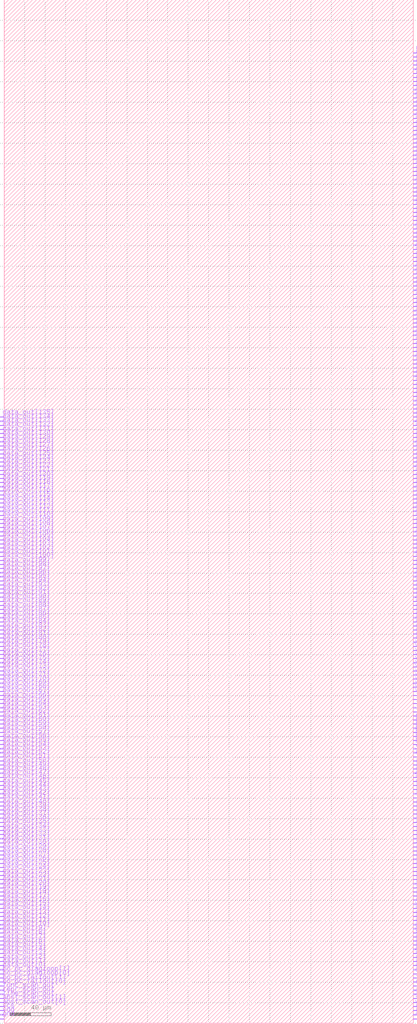
<source format=lef>
VERSION 5.7 ;
  NOWIREEXTENSIONATPIN ON ;
  DIVIDERCHAR "/" ;
  BUSBITCHARS "[]" ;
MACRO tri_128x34_4w_1r1w
  CLASS BLOCK ;
  FOREIGN tri_128x34_4w_1r1w ;
  ORIGIN 0.000 0.000 ;
  SIZE 400.000 BY 1000.000 ;
  PIN gnd
    DIRECTION INOUT ;
    USE SIGNAL ;
    PORT
      LAYER met3 ;
        RECT -4.000 4.000 0.000 4.600 ;
    END
  END gnd
  PIN vdd
    DIRECTION INOUT ;
    USE SIGNAL ;
    PORT
      LAYER met3 ;
        RECT -4.000 8.000 0.000 8.600 ;
    END
  END vdd
  PIN vcs
    DIRECTION INOUT ;
    USE SIGNAL ;
    PORT
      LAYER met3 ;
        RECT -4.000 12.000 0.000 12.600 ;
    END
  END vcs
  PIN clk
    DIRECTION INPUT ;
    USE SIGNAL ;
    PORT
      LAYER met3 ;
        RECT 400.000 4.000 404.000 4.600 ;
    END
  END clk
  PIN rst
    DIRECTION INPUT ;
    USE SIGNAL ;
    PORT
      LAYER met3 ;
        RECT 400.000 8.000 404.000 8.600 ;
    END
  END rst
  PIN rd_act
    DIRECTION INPUT ;
    USE SIGNAL ;
    PORT
      LAYER met3 ;
        RECT 400.000 12.000 404.000 12.600 ;
    END
  END rd_act
  PIN wr_act
    DIRECTION INPUT ;
    USE SIGNAL ;
    PORT
      LAYER met3 ;
        RECT 400.000 16.000 404.000 16.600 ;
    END
  END wr_act
  PIN sg_0
    DIRECTION INPUT ;
    USE SIGNAL ;
    PORT
      LAYER met3 ;
        RECT 400.000 20.000 404.000 20.600 ;
    END
  END sg_0
  PIN abst_sl_thold_0
    DIRECTION INPUT ;
    USE SIGNAL ;
    PORT
      LAYER met3 ;
        RECT 400.000 24.000 404.000 24.600 ;
    END
  END abst_sl_thold_0
  PIN ary_nsl_thold_0
    DIRECTION INPUT ;
    USE SIGNAL ;
    PORT
      LAYER met3 ;
        RECT 400.000 28.000 404.000 28.600 ;
    END
  END ary_nsl_thold_0
  PIN time_sl_thold_0
    DIRECTION INPUT ;
    USE SIGNAL ;
    PORT
      LAYER met3 ;
        RECT 400.000 32.000 404.000 32.600 ;
    END
  END time_sl_thold_0
  PIN repr_sl_thold_0
    DIRECTION INPUT ;
    USE SIGNAL ;
    PORT
      LAYER met3 ;
        RECT 400.000 36.000 404.000 36.600 ;
    END
  END repr_sl_thold_0
  PIN func_sl_thold_0_b
    DIRECTION INPUT ;
    USE SIGNAL ;
    PORT
      LAYER met3 ;
        RECT 400.000 40.000 404.000 40.600 ;
    END
  END func_sl_thold_0_b
  PIN func_force
    DIRECTION INPUT ;
    USE SIGNAL ;
    PORT
      LAYER met3 ;
        RECT 400.000 44.000 404.000 44.600 ;
    END
  END func_force
  PIN clkoff_dc_b
    DIRECTION INPUT ;
    USE SIGNAL ;
    PORT
      LAYER met3 ;
        RECT 400.000 48.000 404.000 48.600 ;
    END
  END clkoff_dc_b
  PIN ccflush_dc
    DIRECTION INPUT ;
    USE SIGNAL ;
    PORT
      LAYER met3 ;
        RECT 400.000 52.000 404.000 52.600 ;
    END
  END ccflush_dc
  PIN scan_dis_dc_b
    DIRECTION INPUT ;
    USE SIGNAL ;
    PORT
      LAYER met3 ;
        RECT 400.000 56.000 404.000 56.600 ;
    END
  END scan_dis_dc_b
  PIN scan_diag_dc
    DIRECTION INPUT ;
    USE SIGNAL ;
    PORT
      LAYER met3 ;
        RECT 400.000 60.000 404.000 60.600 ;
    END
  END scan_diag_dc
  PIN d_mode_dc
    DIRECTION INPUT ;
    USE SIGNAL ;
    PORT
      LAYER met3 ;
        RECT 400.000 64.000 404.000 64.600 ;
    END
  END d_mode_dc
  PIN mpw1_dc_b[0]
    DIRECTION INPUT ;
    USE SIGNAL ;
    PORT
      LAYER met3 ;
        RECT 400.000 68.000 404.000 68.600 ;
    END
  END mpw1_dc_b[0]
  PIN mpw1_dc_b[1]
    DIRECTION INPUT ;
    USE SIGNAL ;
    PORT
      LAYER met3 ;
        RECT 400.000 72.000 404.000 72.600 ;
    END
  END mpw1_dc_b[1]
  PIN mpw1_dc_b[2]
    DIRECTION INPUT ;
    USE SIGNAL ;
    PORT
      LAYER met3 ;
        RECT 400.000 76.000 404.000 76.600 ;
    END
  END mpw1_dc_b[2]
  PIN mpw1_dc_b[3]
    DIRECTION INPUT ;
    USE SIGNAL ;
    PORT
      LAYER met3 ;
        RECT 400.000 80.000 404.000 80.600 ;
    END
  END mpw1_dc_b[3]
  PIN mpw1_dc_b[4]
    DIRECTION INPUT ;
    USE SIGNAL ;
    PORT
      LAYER met3 ;
        RECT 400.000 84.000 404.000 84.600 ;
    END
  END mpw1_dc_b[4]
  PIN mpw2_dc_b
    DIRECTION INPUT ;
    USE SIGNAL ;
    PORT
      LAYER met3 ;
        RECT 400.000 88.000 404.000 88.600 ;
    END
  END mpw2_dc_b
  PIN delay_lclkr_dc[0]
    DIRECTION INPUT ;
    USE SIGNAL ;
    PORT
      LAYER met3 ;
        RECT 400.000 92.000 404.000 92.600 ;
    END
  END delay_lclkr_dc[0]
  PIN delay_lclkr_dc[1]
    DIRECTION INPUT ;
    USE SIGNAL ;
    PORT
      LAYER met3 ;
        RECT 400.000 96.000 404.000 96.600 ;
    END
  END delay_lclkr_dc[1]
  PIN delay_lclkr_dc[2]
    DIRECTION INPUT ;
    USE SIGNAL ;
    PORT
      LAYER met3 ;
        RECT 400.000 100.000 404.000 100.600 ;
    END
  END delay_lclkr_dc[2]
  PIN delay_lclkr_dc[3]
    DIRECTION INPUT ;
    USE SIGNAL ;
    PORT
      LAYER met3 ;
        RECT 400.000 104.000 404.000 104.600 ;
    END
  END delay_lclkr_dc[3]
  PIN delay_lclkr_dc[4]
    DIRECTION INPUT ;
    USE SIGNAL ;
    PORT
      LAYER met3 ;
        RECT 400.000 108.000 404.000 108.600 ;
    END
  END delay_lclkr_dc[4]
  PIN wr_abst_act
    DIRECTION INPUT ;
    USE SIGNAL ;
    PORT
      LAYER met3 ;
        RECT 400.000 112.000 404.000 112.600 ;
    END
  END wr_abst_act
  PIN rd0_abst_act
    DIRECTION INPUT ;
    USE SIGNAL ;
    PORT
      LAYER met3 ;
        RECT 400.000 116.000 404.000 116.600 ;
    END
  END rd0_abst_act
  PIN abist_di[0]
    DIRECTION INPUT ;
    USE SIGNAL ;
    PORT
      LAYER met3 ;
        RECT 400.000 120.000 404.000 120.600 ;
    END
  END abist_di[0]
  PIN abist_di[1]
    DIRECTION INPUT ;
    USE SIGNAL ;
    PORT
      LAYER met3 ;
        RECT 400.000 124.000 404.000 124.600 ;
    END
  END abist_di[1]
  PIN abist_di[2]
    DIRECTION INPUT ;
    USE SIGNAL ;
    PORT
      LAYER met3 ;
        RECT 400.000 128.000 404.000 128.600 ;
    END
  END abist_di[2]
  PIN abist_di[3]
    DIRECTION INPUT ;
    USE SIGNAL ;
    PORT
      LAYER met3 ;
        RECT 400.000 132.000 404.000 132.600 ;
    END
  END abist_di[3]
  PIN abist_bw_odd
    DIRECTION INPUT ;
    USE SIGNAL ;
    PORT
      LAYER met3 ;
        RECT 400.000 136.000 404.000 136.600 ;
    END
  END abist_bw_odd
  PIN abist_bw_even
    DIRECTION INPUT ;
    USE SIGNAL ;
    PORT
      LAYER met3 ;
        RECT 400.000 140.000 404.000 140.600 ;
    END
  END abist_bw_even
  PIN abist_wr_adr[0]
    DIRECTION INPUT ;
    USE SIGNAL ;
    PORT
      LAYER met3 ;
        RECT 400.000 144.000 404.000 144.600 ;
    END
  END abist_wr_adr[0]
  PIN abist_wr_adr[1]
    DIRECTION INPUT ;
    USE SIGNAL ;
    PORT
      LAYER met3 ;
        RECT 400.000 148.000 404.000 148.600 ;
    END
  END abist_wr_adr[1]
  PIN abist_wr_adr[2]
    DIRECTION INPUT ;
    USE SIGNAL ;
    PORT
      LAYER met3 ;
        RECT 400.000 152.000 404.000 152.600 ;
    END
  END abist_wr_adr[2]
  PIN abist_wr_adr[3]
    DIRECTION INPUT ;
    USE SIGNAL ;
    PORT
      LAYER met3 ;
        RECT 400.000 156.000 404.000 156.600 ;
    END
  END abist_wr_adr[3]
  PIN abist_wr_adr[4]
    DIRECTION INPUT ;
    USE SIGNAL ;
    PORT
      LAYER met3 ;
        RECT 400.000 160.000 404.000 160.600 ;
    END
  END abist_wr_adr[4]
  PIN abist_wr_adr[5]
    DIRECTION INPUT ;
    USE SIGNAL ;
    PORT
      LAYER met3 ;
        RECT 400.000 164.000 404.000 164.600 ;
    END
  END abist_wr_adr[5]
  PIN abist_wr_adr[6]
    DIRECTION INPUT ;
    USE SIGNAL ;
    PORT
      LAYER met3 ;
        RECT 400.000 168.000 404.000 168.600 ;
    END
  END abist_wr_adr[6]
  PIN abist_wr_adr[7]
    DIRECTION INPUT ;
    USE SIGNAL ;
    PORT
      LAYER met3 ;
        RECT 400.000 172.000 404.000 172.600 ;
    END
  END abist_wr_adr[7]
  PIN abist_wr_adr[8]
    DIRECTION INPUT ;
    USE SIGNAL ;
    PORT
      LAYER met3 ;
        RECT 400.000 176.000 404.000 176.600 ;
    END
  END abist_wr_adr[8]
  PIN abist_rd0_adr[0]
    DIRECTION INPUT ;
    USE SIGNAL ;
    PORT
      LAYER met3 ;
        RECT 400.000 180.000 404.000 180.600 ;
    END
  END abist_rd0_adr[0]
  PIN abist_rd0_adr[1]
    DIRECTION INPUT ;
    USE SIGNAL ;
    PORT
      LAYER met3 ;
        RECT 400.000 184.000 404.000 184.600 ;
    END
  END abist_rd0_adr[1]
  PIN abist_rd0_adr[2]
    DIRECTION INPUT ;
    USE SIGNAL ;
    PORT
      LAYER met3 ;
        RECT 400.000 188.000 404.000 188.600 ;
    END
  END abist_rd0_adr[2]
  PIN abist_rd0_adr[3]
    DIRECTION INPUT ;
    USE SIGNAL ;
    PORT
      LAYER met3 ;
        RECT 400.000 192.000 404.000 192.600 ;
    END
  END abist_rd0_adr[3]
  PIN abist_rd0_adr[4]
    DIRECTION INPUT ;
    USE SIGNAL ;
    PORT
      LAYER met3 ;
        RECT 400.000 196.000 404.000 196.600 ;
    END
  END abist_rd0_adr[4]
  PIN abist_rd0_adr[5]
    DIRECTION INPUT ;
    USE SIGNAL ;
    PORT
      LAYER met3 ;
        RECT 400.000 200.000 404.000 200.600 ;
    END
  END abist_rd0_adr[5]
  PIN abist_rd0_adr[6]
    DIRECTION INPUT ;
    USE SIGNAL ;
    PORT
      LAYER met3 ;
        RECT 400.000 204.000 404.000 204.600 ;
    END
  END abist_rd0_adr[6]
  PIN abist_rd0_adr[7]
    DIRECTION INPUT ;
    USE SIGNAL ;
    PORT
      LAYER met3 ;
        RECT 400.000 208.000 404.000 208.600 ;
    END
  END abist_rd0_adr[7]
  PIN abist_rd0_adr[8]
    DIRECTION INPUT ;
    USE SIGNAL ;
    PORT
      LAYER met3 ;
        RECT 400.000 212.000 404.000 212.600 ;
    END
  END abist_rd0_adr[8]
  PIN tc_lbist_ary_wrt_thru_dc
    DIRECTION INPUT ;
    USE SIGNAL ;
    PORT
      LAYER met3 ;
        RECT 400.000 216.000 404.000 216.600 ;
    END
  END tc_lbist_ary_wrt_thru_dc
  PIN abist_ena_1
    DIRECTION INPUT ;
    USE SIGNAL ;
    PORT
      LAYER met3 ;
        RECT 400.000 220.000 404.000 220.600 ;
    END
  END abist_ena_1
  PIN abist_g8t_rd0_comp_ena
    DIRECTION INPUT ;
    USE SIGNAL ;
    PORT
      LAYER met3 ;
        RECT 400.000 224.000 404.000 224.600 ;
    END
  END abist_g8t_rd0_comp_ena
  PIN abist_raw_dc_b
    DIRECTION INPUT ;
    USE SIGNAL ;
    PORT
      LAYER met3 ;
        RECT 400.000 228.000 404.000 228.600 ;
    END
  END abist_raw_dc_b
  PIN obs0_abist_cmp[0]
    DIRECTION INPUT ;
    USE SIGNAL ;
    PORT
      LAYER met3 ;
        RECT 400.000 232.000 404.000 232.600 ;
    END
  END obs0_abist_cmp[0]
  PIN obs0_abist_cmp[1]
    DIRECTION INPUT ;
    USE SIGNAL ;
    PORT
      LAYER met3 ;
        RECT 400.000 236.000 404.000 236.600 ;
    END
  END obs0_abist_cmp[1]
  PIN obs0_abist_cmp[2]
    DIRECTION INPUT ;
    USE SIGNAL ;
    PORT
      LAYER met3 ;
        RECT 400.000 240.000 404.000 240.600 ;
    END
  END obs0_abist_cmp[2]
  PIN obs0_abist_cmp[3]
    DIRECTION INPUT ;
    USE SIGNAL ;
    PORT
      LAYER met3 ;
        RECT 400.000 244.000 404.000 244.600 ;
    END
  END obs0_abist_cmp[3]
  PIN abst_scan_in[0]
    DIRECTION INPUT ;
    USE SIGNAL ;
    PORT
      LAYER met3 ;
        RECT 400.000 248.000 404.000 248.600 ;
    END
  END abst_scan_in[0]
  PIN abst_scan_in[1]
    DIRECTION INPUT ;
    USE SIGNAL ;
    PORT
      LAYER met3 ;
        RECT 400.000 252.000 404.000 252.600 ;
    END
  END abst_scan_in[1]
  PIN time_scan_in
    DIRECTION INPUT ;
    USE SIGNAL ;
    PORT
      LAYER met3 ;
        RECT 400.000 256.000 404.000 256.600 ;
    END
  END time_scan_in
  PIN repr_scan_in
    DIRECTION INPUT ;
    USE SIGNAL ;
    PORT
      LAYER met3 ;
        RECT 400.000 260.000 404.000 260.600 ;
    END
  END repr_scan_in
  PIN func_scan_in
    DIRECTION INPUT ;
    USE SIGNAL ;
    PORT
      LAYER met3 ;
        RECT 400.000 264.000 404.000 264.600 ;
    END
  END func_scan_in
  PIN abst_scan_out[0]
    DIRECTION OUTPUT TRISTATE ;
    USE SIGNAL ;
    PORT
      LAYER met3 ;
        RECT -4.000 16.000 0.000 16.600 ;
    END
  END abst_scan_out[0]
  PIN abst_scan_out[1]
    DIRECTION OUTPUT TRISTATE ;
    USE SIGNAL ;
    PORT
      LAYER met3 ;
        RECT -4.000 20.000 0.000 20.600 ;
    END
  END abst_scan_out[1]
  PIN time_scan_out
    DIRECTION OUTPUT TRISTATE ;
    USE SIGNAL ;
    PORT
      LAYER met3 ;
        RECT -4.000 24.000 0.000 24.600 ;
    END
  END time_scan_out
  PIN repr_scan_out
    DIRECTION OUTPUT TRISTATE ;
    USE SIGNAL ;
    PORT
      LAYER met3 ;
        RECT -4.000 28.000 0.000 28.600 ;
    END
  END repr_scan_out
  PIN func_scan_out
    DIRECTION OUTPUT TRISTATE ;
    USE SIGNAL ;
    PORT
      LAYER met3 ;
        RECT -4.000 32.000 0.000 32.600 ;
    END
  END func_scan_out
  PIN lcb_bolt_sl_thold_0
    DIRECTION INPUT ;
    USE SIGNAL ;
    PORT
      LAYER met3 ;
        RECT 400.000 268.000 404.000 268.600 ;
    END
  END lcb_bolt_sl_thold_0
  PIN pc_bo_enable_2
    DIRECTION INPUT ;
    USE SIGNAL ;
    PORT
      LAYER met3 ;
        RECT 400.000 272.000 404.000 272.600 ;
    END
  END pc_bo_enable_2
  PIN pc_bo_reset
    DIRECTION INPUT ;
    USE SIGNAL ;
    PORT
      LAYER met3 ;
        RECT 400.000 276.000 404.000 276.600 ;
    END
  END pc_bo_reset
  PIN pc_bo_unload
    DIRECTION INPUT ;
    USE SIGNAL ;
    PORT
      LAYER met3 ;
        RECT 400.000 280.000 404.000 280.600 ;
    END
  END pc_bo_unload
  PIN pc_bo_repair
    DIRECTION INPUT ;
    USE SIGNAL ;
    PORT
      LAYER met3 ;
        RECT 400.000 284.000 404.000 284.600 ;
    END
  END pc_bo_repair
  PIN pc_bo_shdata
    DIRECTION INPUT ;
    USE SIGNAL ;
    PORT
      LAYER met3 ;
        RECT 400.000 288.000 404.000 288.600 ;
    END
  END pc_bo_shdata
  PIN pc_bo_select[0]
    DIRECTION INPUT ;
    USE SIGNAL ;
    PORT
      LAYER met3 ;
        RECT 400.000 292.000 404.000 292.600 ;
    END
  END pc_bo_select[0]
  PIN pc_bo_select[1]
    DIRECTION INPUT ;
    USE SIGNAL ;
    PORT
      LAYER met3 ;
        RECT 400.000 296.000 404.000 296.600 ;
    END
  END pc_bo_select[1]
  PIN bo_pc_failout[0]
    DIRECTION OUTPUT TRISTATE ;
    USE SIGNAL ;
    PORT
      LAYER met3 ;
        RECT -4.000 36.000 0.000 36.600 ;
    END
  END bo_pc_failout[0]
  PIN bo_pc_failout[1]
    DIRECTION OUTPUT TRISTATE ;
    USE SIGNAL ;
    PORT
      LAYER met3 ;
        RECT -4.000 40.000 0.000 40.600 ;
    END
  END bo_pc_failout[1]
  PIN bo_pc_diagloop[0]
    DIRECTION OUTPUT TRISTATE ;
    USE SIGNAL ;
    PORT
      LAYER met3 ;
        RECT -4.000 44.000 0.000 44.600 ;
    END
  END bo_pc_diagloop[0]
  PIN bo_pc_diagloop[1]
    DIRECTION OUTPUT TRISTATE ;
    USE SIGNAL ;
    PORT
      LAYER met3 ;
        RECT -4.000 48.000 0.000 48.600 ;
    END
  END bo_pc_diagloop[1]
  PIN tri_lcb_mpw1_dc_b
    DIRECTION INPUT ;
    USE SIGNAL ;
    PORT
      LAYER met3 ;
        RECT 400.000 300.000 404.000 300.600 ;
    END
  END tri_lcb_mpw1_dc_b
  PIN tri_lcb_mpw2_dc_b
    DIRECTION INPUT ;
    USE SIGNAL ;
    PORT
      LAYER met3 ;
        RECT 400.000 304.000 404.000 304.600 ;
    END
  END tri_lcb_mpw2_dc_b
  PIN tri_lcb_delay_lclkr_dc
    DIRECTION INPUT ;
    USE SIGNAL ;
    PORT
      LAYER met3 ;
        RECT 400.000 308.000 404.000 308.600 ;
    END
  END tri_lcb_delay_lclkr_dc
  PIN tri_lcb_clkoff_dc_b
    DIRECTION INPUT ;
    USE SIGNAL ;
    PORT
      LAYER met3 ;
        RECT 400.000 312.000 404.000 312.600 ;
    END
  END tri_lcb_clkoff_dc_b
  PIN tri_lcb_act_dis_dc
    DIRECTION INPUT ;
    USE SIGNAL ;
    PORT
      LAYER met3 ;
        RECT 400.000 316.000 404.000 316.600 ;
    END
  END tri_lcb_act_dis_dc
  PIN wr_way[0]
    DIRECTION INPUT ;
    USE SIGNAL ;
    PORT
      LAYER met3 ;
        RECT 400.000 320.000 404.000 320.600 ;
    END
  END wr_way[0]
  PIN wr_way[1]
    DIRECTION INPUT ;
    USE SIGNAL ;
    PORT
      LAYER met3 ;
        RECT 400.000 324.000 404.000 324.600 ;
    END
  END wr_way[1]
  PIN wr_way[2]
    DIRECTION INPUT ;
    USE SIGNAL ;
    PORT
      LAYER met3 ;
        RECT 400.000 328.000 404.000 328.600 ;
    END
  END wr_way[2]
  PIN wr_way[3]
    DIRECTION INPUT ;
    USE SIGNAL ;
    PORT
      LAYER met3 ;
        RECT 400.000 332.000 404.000 332.600 ;
    END
  END wr_way[3]
  PIN wr_addr[0]
    DIRECTION INPUT ;
    USE SIGNAL ;
    PORT
      LAYER met3 ;
        RECT 400.000 336.000 404.000 336.600 ;
    END
  END wr_addr[0]
  PIN wr_addr[1]
    DIRECTION INPUT ;
    USE SIGNAL ;
    PORT
      LAYER met3 ;
        RECT 400.000 340.000 404.000 340.600 ;
    END
  END wr_addr[1]
  PIN wr_addr[2]
    DIRECTION INPUT ;
    USE SIGNAL ;
    PORT
      LAYER met3 ;
        RECT 400.000 344.000 404.000 344.600 ;
    END
  END wr_addr[2]
  PIN wr_addr[3]
    DIRECTION INPUT ;
    USE SIGNAL ;
    PORT
      LAYER met3 ;
        RECT 400.000 348.000 404.000 348.600 ;
    END
  END wr_addr[3]
  PIN wr_addr[4]
    DIRECTION INPUT ;
    USE SIGNAL ;
    PORT
      LAYER met3 ;
        RECT 400.000 352.000 404.000 352.600 ;
    END
  END wr_addr[4]
  PIN wr_addr[5]
    DIRECTION INPUT ;
    USE SIGNAL ;
    PORT
      LAYER met3 ;
        RECT 400.000 356.000 404.000 356.600 ;
    END
  END wr_addr[5]
  PIN wr_addr[6]
    DIRECTION INPUT ;
    USE SIGNAL ;
    PORT
      LAYER met3 ;
        RECT 400.000 360.000 404.000 360.600 ;
    END
  END wr_addr[6]
  PIN wr_addr[7]
    DIRECTION INPUT ;
    USE SIGNAL ;
    PORT
      LAYER met3 ;
        RECT 400.000 364.000 404.000 364.600 ;
    END
  END wr_addr[7]
  PIN wr_addr[8]
    DIRECTION INPUT ;
    USE SIGNAL ;
    PORT
      LAYER met3 ;
        RECT 400.000 368.000 404.000 368.600 ;
    END
  END wr_addr[8]
  PIN data_in[0]
    DIRECTION INPUT ;
    USE SIGNAL ;
    PORT
      LAYER met3 ;
        RECT 400.000 372.000 404.000 372.600 ;
    END
  END data_in[0]
  PIN data_in[1]
    DIRECTION INPUT ;
    USE SIGNAL ;
    PORT
      LAYER met3 ;
        RECT 400.000 376.000 404.000 376.600 ;
    END
  END data_in[1]
  PIN data_in[2]
    DIRECTION INPUT ;
    USE SIGNAL ;
    PORT
      LAYER met3 ;
        RECT 400.000 380.000 404.000 380.600 ;
    END
  END data_in[2]
  PIN data_in[3]
    DIRECTION INPUT ;
    USE SIGNAL ;
    PORT
      LAYER met3 ;
        RECT 400.000 384.000 404.000 384.600 ;
    END
  END data_in[3]
  PIN data_in[4]
    DIRECTION INPUT ;
    USE SIGNAL ;
    PORT
      LAYER met3 ;
        RECT 400.000 388.000 404.000 388.600 ;
    END
  END data_in[4]
  PIN data_in[5]
    DIRECTION INPUT ;
    USE SIGNAL ;
    PORT
      LAYER met3 ;
        RECT 400.000 392.000 404.000 392.600 ;
    END
  END data_in[5]
  PIN data_in[6]
    DIRECTION INPUT ;
    USE SIGNAL ;
    PORT
      LAYER met3 ;
        RECT 400.000 396.000 404.000 396.600 ;
    END
  END data_in[6]
  PIN data_in[7]
    DIRECTION INPUT ;
    USE SIGNAL ;
    PORT
      LAYER met3 ;
        RECT 400.000 400.000 404.000 400.600 ;
    END
  END data_in[7]
  PIN data_in[8]
    DIRECTION INPUT ;
    USE SIGNAL ;
    PORT
      LAYER met3 ;
        RECT 400.000 404.000 404.000 404.600 ;
    END
  END data_in[8]
  PIN data_in[9]
    DIRECTION INPUT ;
    USE SIGNAL ;
    PORT
      LAYER met3 ;
        RECT 400.000 408.000 404.000 408.600 ;
    END
  END data_in[9]
  PIN data_in[10]
    DIRECTION INPUT ;
    USE SIGNAL ;
    PORT
      LAYER met3 ;
        RECT 400.000 412.000 404.000 412.600 ;
    END
  END data_in[10]
  PIN data_in[11]
    DIRECTION INPUT ;
    USE SIGNAL ;
    PORT
      LAYER met3 ;
        RECT 400.000 416.000 404.000 416.600 ;
    END
  END data_in[11]
  PIN data_in[12]
    DIRECTION INPUT ;
    USE SIGNAL ;
    PORT
      LAYER met3 ;
        RECT 400.000 420.000 404.000 420.600 ;
    END
  END data_in[12]
  PIN data_in[13]
    DIRECTION INPUT ;
    USE SIGNAL ;
    PORT
      LAYER met3 ;
        RECT 400.000 424.000 404.000 424.600 ;
    END
  END data_in[13]
  PIN data_in[14]
    DIRECTION INPUT ;
    USE SIGNAL ;
    PORT
      LAYER met3 ;
        RECT 400.000 428.000 404.000 428.600 ;
    END
  END data_in[14]
  PIN data_in[15]
    DIRECTION INPUT ;
    USE SIGNAL ;
    PORT
      LAYER met3 ;
        RECT 400.000 432.000 404.000 432.600 ;
    END
  END data_in[15]
  PIN data_in[16]
    DIRECTION INPUT ;
    USE SIGNAL ;
    PORT
      LAYER met3 ;
        RECT 400.000 436.000 404.000 436.600 ;
    END
  END data_in[16]
  PIN data_in[17]
    DIRECTION INPUT ;
    USE SIGNAL ;
    PORT
      LAYER met3 ;
        RECT 400.000 440.000 404.000 440.600 ;
    END
  END data_in[17]
  PIN data_in[18]
    DIRECTION INPUT ;
    USE SIGNAL ;
    PORT
      LAYER met3 ;
        RECT 400.000 444.000 404.000 444.600 ;
    END
  END data_in[18]
  PIN data_in[19]
    DIRECTION INPUT ;
    USE SIGNAL ;
    PORT
      LAYER met3 ;
        RECT 400.000 448.000 404.000 448.600 ;
    END
  END data_in[19]
  PIN data_in[20]
    DIRECTION INPUT ;
    USE SIGNAL ;
    PORT
      LAYER met3 ;
        RECT 400.000 452.000 404.000 452.600 ;
    END
  END data_in[20]
  PIN data_in[21]
    DIRECTION INPUT ;
    USE SIGNAL ;
    PORT
      LAYER met3 ;
        RECT 400.000 456.000 404.000 456.600 ;
    END
  END data_in[21]
  PIN data_in[22]
    DIRECTION INPUT ;
    USE SIGNAL ;
    PORT
      LAYER met3 ;
        RECT 400.000 460.000 404.000 460.600 ;
    END
  END data_in[22]
  PIN data_in[23]
    DIRECTION INPUT ;
    USE SIGNAL ;
    PORT
      LAYER met3 ;
        RECT 400.000 464.000 404.000 464.600 ;
    END
  END data_in[23]
  PIN data_in[24]
    DIRECTION INPUT ;
    USE SIGNAL ;
    PORT
      LAYER met3 ;
        RECT 400.000 468.000 404.000 468.600 ;
    END
  END data_in[24]
  PIN data_in[25]
    DIRECTION INPUT ;
    USE SIGNAL ;
    PORT
      LAYER met3 ;
        RECT 400.000 472.000 404.000 472.600 ;
    END
  END data_in[25]
  PIN data_in[26]
    DIRECTION INPUT ;
    USE SIGNAL ;
    PORT
      LAYER met3 ;
        RECT 400.000 476.000 404.000 476.600 ;
    END
  END data_in[26]
  PIN data_in[27]
    DIRECTION INPUT ;
    USE SIGNAL ;
    PORT
      LAYER met3 ;
        RECT 400.000 480.000 404.000 480.600 ;
    END
  END data_in[27]
  PIN data_in[28]
    DIRECTION INPUT ;
    USE SIGNAL ;
    PORT
      LAYER met3 ;
        RECT 400.000 484.000 404.000 484.600 ;
    END
  END data_in[28]
  PIN data_in[29]
    DIRECTION INPUT ;
    USE SIGNAL ;
    PORT
      LAYER met3 ;
        RECT 400.000 488.000 404.000 488.600 ;
    END
  END data_in[29]
  PIN data_in[30]
    DIRECTION INPUT ;
    USE SIGNAL ;
    PORT
      LAYER met3 ;
        RECT 400.000 492.000 404.000 492.600 ;
    END
  END data_in[30]
  PIN data_in[31]
    DIRECTION INPUT ;
    USE SIGNAL ;
    PORT
      LAYER met3 ;
        RECT 400.000 496.000 404.000 496.600 ;
    END
  END data_in[31]
  PIN data_in[32]
    DIRECTION INPUT ;
    USE SIGNAL ;
    PORT
      LAYER met3 ;
        RECT 400.000 500.000 404.000 500.600 ;
    END
  END data_in[32]
  PIN data_in[33]
    DIRECTION INPUT ;
    USE SIGNAL ;
    PORT
      LAYER met3 ;
        RECT 400.000 504.000 404.000 504.600 ;
    END
  END data_in[33]
  PIN data_in[34]
    DIRECTION INPUT ;
    USE SIGNAL ;
    PORT
      LAYER met3 ;
        RECT 400.000 508.000 404.000 508.600 ;
    END
  END data_in[34]
  PIN data_in[35]
    DIRECTION INPUT ;
    USE SIGNAL ;
    PORT
      LAYER met3 ;
        RECT 400.000 512.000 404.000 512.600 ;
    END
  END data_in[35]
  PIN data_in[36]
    DIRECTION INPUT ;
    USE SIGNAL ;
    PORT
      LAYER met3 ;
        RECT 400.000 516.000 404.000 516.600 ;
    END
  END data_in[36]
  PIN data_in[37]
    DIRECTION INPUT ;
    USE SIGNAL ;
    PORT
      LAYER met3 ;
        RECT 400.000 520.000 404.000 520.600 ;
    END
  END data_in[37]
  PIN data_in[38]
    DIRECTION INPUT ;
    USE SIGNAL ;
    PORT
      LAYER met3 ;
        RECT 400.000 524.000 404.000 524.600 ;
    END
  END data_in[38]
  PIN data_in[39]
    DIRECTION INPUT ;
    USE SIGNAL ;
    PORT
      LAYER met3 ;
        RECT 400.000 528.000 404.000 528.600 ;
    END
  END data_in[39]
  PIN data_in[40]
    DIRECTION INPUT ;
    USE SIGNAL ;
    PORT
      LAYER met3 ;
        RECT 400.000 532.000 404.000 532.600 ;
    END
  END data_in[40]
  PIN data_in[41]
    DIRECTION INPUT ;
    USE SIGNAL ;
    PORT
      LAYER met3 ;
        RECT 400.000 536.000 404.000 536.600 ;
    END
  END data_in[41]
  PIN data_in[42]
    DIRECTION INPUT ;
    USE SIGNAL ;
    PORT
      LAYER met3 ;
        RECT 400.000 540.000 404.000 540.600 ;
    END
  END data_in[42]
  PIN data_in[43]
    DIRECTION INPUT ;
    USE SIGNAL ;
    PORT
      LAYER met3 ;
        RECT 400.000 544.000 404.000 544.600 ;
    END
  END data_in[43]
  PIN data_in[44]
    DIRECTION INPUT ;
    USE SIGNAL ;
    PORT
      LAYER met3 ;
        RECT 400.000 548.000 404.000 548.600 ;
    END
  END data_in[44]
  PIN data_in[45]
    DIRECTION INPUT ;
    USE SIGNAL ;
    PORT
      LAYER met3 ;
        RECT 400.000 552.000 404.000 552.600 ;
    END
  END data_in[45]
  PIN data_in[46]
    DIRECTION INPUT ;
    USE SIGNAL ;
    PORT
      LAYER met3 ;
        RECT 400.000 556.000 404.000 556.600 ;
    END
  END data_in[46]
  PIN data_in[47]
    DIRECTION INPUT ;
    USE SIGNAL ;
    PORT
      LAYER met3 ;
        RECT 400.000 560.000 404.000 560.600 ;
    END
  END data_in[47]
  PIN data_in[48]
    DIRECTION INPUT ;
    USE SIGNAL ;
    PORT
      LAYER met3 ;
        RECT 400.000 564.000 404.000 564.600 ;
    END
  END data_in[48]
  PIN data_in[49]
    DIRECTION INPUT ;
    USE SIGNAL ;
    PORT
      LAYER met3 ;
        RECT 400.000 568.000 404.000 568.600 ;
    END
  END data_in[49]
  PIN data_in[50]
    DIRECTION INPUT ;
    USE SIGNAL ;
    PORT
      LAYER met3 ;
        RECT 400.000 572.000 404.000 572.600 ;
    END
  END data_in[50]
  PIN data_in[51]
    DIRECTION INPUT ;
    USE SIGNAL ;
    PORT
      LAYER met3 ;
        RECT 400.000 576.000 404.000 576.600 ;
    END
  END data_in[51]
  PIN data_in[52]
    DIRECTION INPUT ;
    USE SIGNAL ;
    PORT
      LAYER met3 ;
        RECT 400.000 580.000 404.000 580.600 ;
    END
  END data_in[52]
  PIN data_in[53]
    DIRECTION INPUT ;
    USE SIGNAL ;
    PORT
      LAYER met3 ;
        RECT 400.000 584.000 404.000 584.600 ;
    END
  END data_in[53]
  PIN data_in[54]
    DIRECTION INPUT ;
    USE SIGNAL ;
    PORT
      LAYER met3 ;
        RECT 400.000 588.000 404.000 588.600 ;
    END
  END data_in[54]
  PIN data_in[55]
    DIRECTION INPUT ;
    USE SIGNAL ;
    PORT
      LAYER met3 ;
        RECT 400.000 592.000 404.000 592.600 ;
    END
  END data_in[55]
  PIN data_in[56]
    DIRECTION INPUT ;
    USE SIGNAL ;
    PORT
      LAYER met3 ;
        RECT 400.000 596.000 404.000 596.600 ;
    END
  END data_in[56]
  PIN data_in[57]
    DIRECTION INPUT ;
    USE SIGNAL ;
    PORT
      LAYER met3 ;
        RECT 400.000 600.000 404.000 600.600 ;
    END
  END data_in[57]
  PIN data_in[58]
    DIRECTION INPUT ;
    USE SIGNAL ;
    PORT
      LAYER met3 ;
        RECT 400.000 604.000 404.000 604.600 ;
    END
  END data_in[58]
  PIN data_in[59]
    DIRECTION INPUT ;
    USE SIGNAL ;
    PORT
      LAYER met3 ;
        RECT 400.000 608.000 404.000 608.600 ;
    END
  END data_in[59]
  PIN data_in[60]
    DIRECTION INPUT ;
    USE SIGNAL ;
    PORT
      LAYER met3 ;
        RECT 400.000 612.000 404.000 612.600 ;
    END
  END data_in[60]
  PIN data_in[61]
    DIRECTION INPUT ;
    USE SIGNAL ;
    PORT
      LAYER met3 ;
        RECT 400.000 616.000 404.000 616.600 ;
    END
  END data_in[61]
  PIN data_in[62]
    DIRECTION INPUT ;
    USE SIGNAL ;
    PORT
      LAYER met3 ;
        RECT 400.000 620.000 404.000 620.600 ;
    END
  END data_in[62]
  PIN data_in[63]
    DIRECTION INPUT ;
    USE SIGNAL ;
    PORT
      LAYER met3 ;
        RECT 400.000 624.000 404.000 624.600 ;
    END
  END data_in[63]
  PIN data_in[64]
    DIRECTION INPUT ;
    USE SIGNAL ;
    PORT
      LAYER met3 ;
        RECT 400.000 628.000 404.000 628.600 ;
    END
  END data_in[64]
  PIN data_in[65]
    DIRECTION INPUT ;
    USE SIGNAL ;
    PORT
      LAYER met3 ;
        RECT 400.000 632.000 404.000 632.600 ;
    END
  END data_in[65]
  PIN data_in[66]
    DIRECTION INPUT ;
    USE SIGNAL ;
    PORT
      LAYER met3 ;
        RECT 400.000 636.000 404.000 636.600 ;
    END
  END data_in[66]
  PIN data_in[67]
    DIRECTION INPUT ;
    USE SIGNAL ;
    PORT
      LAYER met3 ;
        RECT 400.000 640.000 404.000 640.600 ;
    END
  END data_in[67]
  PIN data_in[68]
    DIRECTION INPUT ;
    USE SIGNAL ;
    PORT
      LAYER met3 ;
        RECT 400.000 644.000 404.000 644.600 ;
    END
  END data_in[68]
  PIN data_in[69]
    DIRECTION INPUT ;
    USE SIGNAL ;
    PORT
      LAYER met3 ;
        RECT 400.000 648.000 404.000 648.600 ;
    END
  END data_in[69]
  PIN data_in[70]
    DIRECTION INPUT ;
    USE SIGNAL ;
    PORT
      LAYER met3 ;
        RECT 400.000 652.000 404.000 652.600 ;
    END
  END data_in[70]
  PIN data_in[71]
    DIRECTION INPUT ;
    USE SIGNAL ;
    PORT
      LAYER met3 ;
        RECT 400.000 656.000 404.000 656.600 ;
    END
  END data_in[71]
  PIN data_in[72]
    DIRECTION INPUT ;
    USE SIGNAL ;
    PORT
      LAYER met3 ;
        RECT 400.000 660.000 404.000 660.600 ;
    END
  END data_in[72]
  PIN data_in[73]
    DIRECTION INPUT ;
    USE SIGNAL ;
    PORT
      LAYER met3 ;
        RECT 400.000 664.000 404.000 664.600 ;
    END
  END data_in[73]
  PIN data_in[74]
    DIRECTION INPUT ;
    USE SIGNAL ;
    PORT
      LAYER met3 ;
        RECT 400.000 668.000 404.000 668.600 ;
    END
  END data_in[74]
  PIN data_in[75]
    DIRECTION INPUT ;
    USE SIGNAL ;
    PORT
      LAYER met3 ;
        RECT 400.000 672.000 404.000 672.600 ;
    END
  END data_in[75]
  PIN data_in[76]
    DIRECTION INPUT ;
    USE SIGNAL ;
    PORT
      LAYER met3 ;
        RECT 400.000 676.000 404.000 676.600 ;
    END
  END data_in[76]
  PIN data_in[77]
    DIRECTION INPUT ;
    USE SIGNAL ;
    PORT
      LAYER met3 ;
        RECT 400.000 680.000 404.000 680.600 ;
    END
  END data_in[77]
  PIN data_in[78]
    DIRECTION INPUT ;
    USE SIGNAL ;
    PORT
      LAYER met3 ;
        RECT 400.000 684.000 404.000 684.600 ;
    END
  END data_in[78]
  PIN data_in[79]
    DIRECTION INPUT ;
    USE SIGNAL ;
    PORT
      LAYER met3 ;
        RECT 400.000 688.000 404.000 688.600 ;
    END
  END data_in[79]
  PIN data_in[80]
    DIRECTION INPUT ;
    USE SIGNAL ;
    PORT
      LAYER met3 ;
        RECT 400.000 692.000 404.000 692.600 ;
    END
  END data_in[80]
  PIN data_in[81]
    DIRECTION INPUT ;
    USE SIGNAL ;
    PORT
      LAYER met3 ;
        RECT 400.000 696.000 404.000 696.600 ;
    END
  END data_in[81]
  PIN data_in[82]
    DIRECTION INPUT ;
    USE SIGNAL ;
    PORT
      LAYER met3 ;
        RECT 400.000 700.000 404.000 700.600 ;
    END
  END data_in[82]
  PIN data_in[83]
    DIRECTION INPUT ;
    USE SIGNAL ;
    PORT
      LAYER met3 ;
        RECT 400.000 704.000 404.000 704.600 ;
    END
  END data_in[83]
  PIN data_in[84]
    DIRECTION INPUT ;
    USE SIGNAL ;
    PORT
      LAYER met3 ;
        RECT 400.000 708.000 404.000 708.600 ;
    END
  END data_in[84]
  PIN data_in[85]
    DIRECTION INPUT ;
    USE SIGNAL ;
    PORT
      LAYER met3 ;
        RECT 400.000 712.000 404.000 712.600 ;
    END
  END data_in[85]
  PIN data_in[86]
    DIRECTION INPUT ;
    USE SIGNAL ;
    PORT
      LAYER met3 ;
        RECT 400.000 716.000 404.000 716.600 ;
    END
  END data_in[86]
  PIN data_in[87]
    DIRECTION INPUT ;
    USE SIGNAL ;
    PORT
      LAYER met3 ;
        RECT 400.000 720.000 404.000 720.600 ;
    END
  END data_in[87]
  PIN data_in[88]
    DIRECTION INPUT ;
    USE SIGNAL ;
    PORT
      LAYER met3 ;
        RECT 400.000 724.000 404.000 724.600 ;
    END
  END data_in[88]
  PIN data_in[89]
    DIRECTION INPUT ;
    USE SIGNAL ;
    PORT
      LAYER met3 ;
        RECT 400.000 728.000 404.000 728.600 ;
    END
  END data_in[89]
  PIN data_in[90]
    DIRECTION INPUT ;
    USE SIGNAL ;
    PORT
      LAYER met3 ;
        RECT 400.000 732.000 404.000 732.600 ;
    END
  END data_in[90]
  PIN data_in[91]
    DIRECTION INPUT ;
    USE SIGNAL ;
    PORT
      LAYER met3 ;
        RECT 400.000 736.000 404.000 736.600 ;
    END
  END data_in[91]
  PIN data_in[92]
    DIRECTION INPUT ;
    USE SIGNAL ;
    PORT
      LAYER met3 ;
        RECT 400.000 740.000 404.000 740.600 ;
    END
  END data_in[92]
  PIN data_in[93]
    DIRECTION INPUT ;
    USE SIGNAL ;
    PORT
      LAYER met3 ;
        RECT 400.000 744.000 404.000 744.600 ;
    END
  END data_in[93]
  PIN data_in[94]
    DIRECTION INPUT ;
    USE SIGNAL ;
    PORT
      LAYER met3 ;
        RECT 400.000 748.000 404.000 748.600 ;
    END
  END data_in[94]
  PIN data_in[95]
    DIRECTION INPUT ;
    USE SIGNAL ;
    PORT
      LAYER met3 ;
        RECT 400.000 752.000 404.000 752.600 ;
    END
  END data_in[95]
  PIN data_in[96]
    DIRECTION INPUT ;
    USE SIGNAL ;
    PORT
      LAYER met3 ;
        RECT 400.000 756.000 404.000 756.600 ;
    END
  END data_in[96]
  PIN data_in[97]
    DIRECTION INPUT ;
    USE SIGNAL ;
    PORT
      LAYER met3 ;
        RECT 400.000 760.000 404.000 760.600 ;
    END
  END data_in[97]
  PIN data_in[98]
    DIRECTION INPUT ;
    USE SIGNAL ;
    PORT
      LAYER met3 ;
        RECT 400.000 764.000 404.000 764.600 ;
    END
  END data_in[98]
  PIN data_in[99]
    DIRECTION INPUT ;
    USE SIGNAL ;
    PORT
      LAYER met3 ;
        RECT 400.000 768.000 404.000 768.600 ;
    END
  END data_in[99]
  PIN data_in[100]
    DIRECTION INPUT ;
    USE SIGNAL ;
    PORT
      LAYER met3 ;
        RECT 400.000 772.000 404.000 772.600 ;
    END
  END data_in[100]
  PIN data_in[101]
    DIRECTION INPUT ;
    USE SIGNAL ;
    PORT
      LAYER met3 ;
        RECT 400.000 776.000 404.000 776.600 ;
    END
  END data_in[101]
  PIN data_in[102]
    DIRECTION INPUT ;
    USE SIGNAL ;
    PORT
      LAYER met3 ;
        RECT 400.000 780.000 404.000 780.600 ;
    END
  END data_in[102]
  PIN data_in[103]
    DIRECTION INPUT ;
    USE SIGNAL ;
    PORT
      LAYER met3 ;
        RECT 400.000 784.000 404.000 784.600 ;
    END
  END data_in[103]
  PIN data_in[104]
    DIRECTION INPUT ;
    USE SIGNAL ;
    PORT
      LAYER met3 ;
        RECT 400.000 788.000 404.000 788.600 ;
    END
  END data_in[104]
  PIN data_in[105]
    DIRECTION INPUT ;
    USE SIGNAL ;
    PORT
      LAYER met3 ;
        RECT 400.000 792.000 404.000 792.600 ;
    END
  END data_in[105]
  PIN data_in[106]
    DIRECTION INPUT ;
    USE SIGNAL ;
    PORT
      LAYER met3 ;
        RECT 400.000 796.000 404.000 796.600 ;
    END
  END data_in[106]
  PIN data_in[107]
    DIRECTION INPUT ;
    USE SIGNAL ;
    PORT
      LAYER met3 ;
        RECT 400.000 800.000 404.000 800.600 ;
    END
  END data_in[107]
  PIN data_in[108]
    DIRECTION INPUT ;
    USE SIGNAL ;
    PORT
      LAYER met3 ;
        RECT 400.000 804.000 404.000 804.600 ;
    END
  END data_in[108]
  PIN data_in[109]
    DIRECTION INPUT ;
    USE SIGNAL ;
    PORT
      LAYER met3 ;
        RECT 400.000 808.000 404.000 808.600 ;
    END
  END data_in[109]
  PIN data_in[110]
    DIRECTION INPUT ;
    USE SIGNAL ;
    PORT
      LAYER met3 ;
        RECT 400.000 812.000 404.000 812.600 ;
    END
  END data_in[110]
  PIN data_in[111]
    DIRECTION INPUT ;
    USE SIGNAL ;
    PORT
      LAYER met3 ;
        RECT 400.000 816.000 404.000 816.600 ;
    END
  END data_in[111]
  PIN data_in[112]
    DIRECTION INPUT ;
    USE SIGNAL ;
    PORT
      LAYER met3 ;
        RECT 400.000 820.000 404.000 820.600 ;
    END
  END data_in[112]
  PIN data_in[113]
    DIRECTION INPUT ;
    USE SIGNAL ;
    PORT
      LAYER met3 ;
        RECT 400.000 824.000 404.000 824.600 ;
    END
  END data_in[113]
  PIN data_in[114]
    DIRECTION INPUT ;
    USE SIGNAL ;
    PORT
      LAYER met3 ;
        RECT 400.000 828.000 404.000 828.600 ;
    END
  END data_in[114]
  PIN data_in[115]
    DIRECTION INPUT ;
    USE SIGNAL ;
    PORT
      LAYER met3 ;
        RECT 400.000 832.000 404.000 832.600 ;
    END
  END data_in[115]
  PIN data_in[116]
    DIRECTION INPUT ;
    USE SIGNAL ;
    PORT
      LAYER met3 ;
        RECT 400.000 836.000 404.000 836.600 ;
    END
  END data_in[116]
  PIN data_in[117]
    DIRECTION INPUT ;
    USE SIGNAL ;
    PORT
      LAYER met3 ;
        RECT 400.000 840.000 404.000 840.600 ;
    END
  END data_in[117]
  PIN data_in[118]
    DIRECTION INPUT ;
    USE SIGNAL ;
    PORT
      LAYER met3 ;
        RECT 400.000 844.000 404.000 844.600 ;
    END
  END data_in[118]
  PIN data_in[119]
    DIRECTION INPUT ;
    USE SIGNAL ;
    PORT
      LAYER met3 ;
        RECT 400.000 848.000 404.000 848.600 ;
    END
  END data_in[119]
  PIN data_in[120]
    DIRECTION INPUT ;
    USE SIGNAL ;
    PORT
      LAYER met3 ;
        RECT 400.000 852.000 404.000 852.600 ;
    END
  END data_in[120]
  PIN data_in[121]
    DIRECTION INPUT ;
    USE SIGNAL ;
    PORT
      LAYER met3 ;
        RECT 400.000 856.000 404.000 856.600 ;
    END
  END data_in[121]
  PIN data_in[122]
    DIRECTION INPUT ;
    USE SIGNAL ;
    PORT
      LAYER met3 ;
        RECT 400.000 860.000 404.000 860.600 ;
    END
  END data_in[122]
  PIN data_in[123]
    DIRECTION INPUT ;
    USE SIGNAL ;
    PORT
      LAYER met3 ;
        RECT 400.000 864.000 404.000 864.600 ;
    END
  END data_in[123]
  PIN data_in[124]
    DIRECTION INPUT ;
    USE SIGNAL ;
    PORT
      LAYER met3 ;
        RECT 400.000 868.000 404.000 868.600 ;
    END
  END data_in[124]
  PIN data_in[125]
    DIRECTION INPUT ;
    USE SIGNAL ;
    PORT
      LAYER met3 ;
        RECT 400.000 872.000 404.000 872.600 ;
    END
  END data_in[125]
  PIN data_in[126]
    DIRECTION INPUT ;
    USE SIGNAL ;
    PORT
      LAYER met3 ;
        RECT 400.000 876.000 404.000 876.600 ;
    END
  END data_in[126]
  PIN data_in[127]
    DIRECTION INPUT ;
    USE SIGNAL ;
    PORT
      LAYER met3 ;
        RECT 400.000 880.000 404.000 880.600 ;
    END
  END data_in[127]
  PIN data_in[128]
    DIRECTION INPUT ;
    USE SIGNAL ;
    PORT
      LAYER met3 ;
        RECT 400.000 884.000 404.000 884.600 ;
    END
  END data_in[128]
  PIN data_in[129]
    DIRECTION INPUT ;
    USE SIGNAL ;
    PORT
      LAYER met3 ;
        RECT 400.000 888.000 404.000 888.600 ;
    END
  END data_in[129]
  PIN data_in[130]
    DIRECTION INPUT ;
    USE SIGNAL ;
    PORT
      LAYER met3 ;
        RECT 400.000 892.000 404.000 892.600 ;
    END
  END data_in[130]
  PIN data_in[131]
    DIRECTION INPUT ;
    USE SIGNAL ;
    PORT
      LAYER met3 ;
        RECT 400.000 896.000 404.000 896.600 ;
    END
  END data_in[131]
  PIN data_in[132]
    DIRECTION INPUT ;
    USE SIGNAL ;
    PORT
      LAYER met3 ;
        RECT 400.000 900.000 404.000 900.600 ;
    END
  END data_in[132]
  PIN data_in[133]
    DIRECTION INPUT ;
    USE SIGNAL ;
    PORT
      LAYER met3 ;
        RECT 400.000 904.000 404.000 904.600 ;
    END
  END data_in[133]
  PIN data_in[134]
    DIRECTION INPUT ;
    USE SIGNAL ;
    PORT
      LAYER met3 ;
        RECT 400.000 908.000 404.000 908.600 ;
    END
  END data_in[134]
  PIN data_in[135]
    DIRECTION INPUT ;
    USE SIGNAL ;
    PORT
      LAYER met3 ;
        RECT 400.000 912.000 404.000 912.600 ;
    END
  END data_in[135]
  PIN rd_addr[0]
    DIRECTION INPUT ;
    USE SIGNAL ;
    PORT
      LAYER met3 ;
        RECT 400.000 916.000 404.000 916.600 ;
    END
  END rd_addr[0]
  PIN rd_addr[1]
    DIRECTION INPUT ;
    USE SIGNAL ;
    PORT
      LAYER met3 ;
        RECT 400.000 920.000 404.000 920.600 ;
    END
  END rd_addr[1]
  PIN rd_addr[2]
    DIRECTION INPUT ;
    USE SIGNAL ;
    PORT
      LAYER met3 ;
        RECT 400.000 924.000 404.000 924.600 ;
    END
  END rd_addr[2]
  PIN rd_addr[3]
    DIRECTION INPUT ;
    USE SIGNAL ;
    PORT
      LAYER met3 ;
        RECT 400.000 928.000 404.000 928.600 ;
    END
  END rd_addr[3]
  PIN rd_addr[4]
    DIRECTION INPUT ;
    USE SIGNAL ;
    PORT
      LAYER met3 ;
        RECT 400.000 932.000 404.000 932.600 ;
    END
  END rd_addr[4]
  PIN rd_addr[5]
    DIRECTION INPUT ;
    USE SIGNAL ;
    PORT
      LAYER met3 ;
        RECT 400.000 936.000 404.000 936.600 ;
    END
  END rd_addr[5]
  PIN rd_addr[6]
    DIRECTION INPUT ;
    USE SIGNAL ;
    PORT
      LAYER met3 ;
        RECT 400.000 940.000 404.000 940.600 ;
    END
  END rd_addr[6]
  PIN rd_addr[7]
    DIRECTION INPUT ;
    USE SIGNAL ;
    PORT
      LAYER met3 ;
        RECT 400.000 944.000 404.000 944.600 ;
    END
  END rd_addr[7]
  PIN rd_addr[8]
    DIRECTION INPUT ;
    USE SIGNAL ;
    PORT
      LAYER met3 ;
        RECT 400.000 948.000 404.000 948.600 ;
    END
  END rd_addr[8]
  PIN data_out[0]
    DIRECTION OUTPUT TRISTATE ;
    USE SIGNAL ;
    PORT
      LAYER met3 ;
        RECT -4.000 52.000 0.000 52.600 ;
    END
  END data_out[0]
  PIN data_out[1]
    DIRECTION OUTPUT TRISTATE ;
    USE SIGNAL ;
    PORT
      LAYER met3 ;
        RECT -4.000 56.000 0.000 56.600 ;
    END
  END data_out[1]
  PIN data_out[2]
    DIRECTION OUTPUT TRISTATE ;
    USE SIGNAL ;
    PORT
      LAYER met3 ;
        RECT -4.000 60.000 0.000 60.600 ;
    END
  END data_out[2]
  PIN data_out[3]
    DIRECTION OUTPUT TRISTATE ;
    USE SIGNAL ;
    PORT
      LAYER met3 ;
        RECT -4.000 64.000 0.000 64.600 ;
    END
  END data_out[3]
  PIN data_out[4]
    DIRECTION OUTPUT TRISTATE ;
    USE SIGNAL ;
    PORT
      LAYER met3 ;
        RECT -4.000 68.000 0.000 68.600 ;
    END
  END data_out[4]
  PIN data_out[5]
    DIRECTION OUTPUT TRISTATE ;
    USE SIGNAL ;
    PORT
      LAYER met3 ;
        RECT -4.000 72.000 0.000 72.600 ;
    END
  END data_out[5]
  PIN data_out[6]
    DIRECTION OUTPUT TRISTATE ;
    USE SIGNAL ;
    PORT
      LAYER met3 ;
        RECT -4.000 76.000 0.000 76.600 ;
    END
  END data_out[6]
  PIN data_out[7]
    DIRECTION OUTPUT TRISTATE ;
    USE SIGNAL ;
    PORT
      LAYER met3 ;
        RECT -4.000 80.000 0.000 80.600 ;
    END
  END data_out[7]
  PIN data_out[8]
    DIRECTION OUTPUT TRISTATE ;
    USE SIGNAL ;
    PORT
      LAYER met3 ;
        RECT -4.000 84.000 0.000 84.600 ;
    END
  END data_out[8]
  PIN data_out[9]
    DIRECTION OUTPUT TRISTATE ;
    USE SIGNAL ;
    PORT
      LAYER met3 ;
        RECT -4.000 88.000 0.000 88.600 ;
    END
  END data_out[9]
  PIN data_out[10]
    DIRECTION OUTPUT TRISTATE ;
    USE SIGNAL ;
    PORT
      LAYER met3 ;
        RECT -4.000 92.000 0.000 92.600 ;
    END
  END data_out[10]
  PIN data_out[11]
    DIRECTION OUTPUT TRISTATE ;
    USE SIGNAL ;
    PORT
      LAYER met3 ;
        RECT -4.000 96.000 0.000 96.600 ;
    END
  END data_out[11]
  PIN data_out[12]
    DIRECTION OUTPUT TRISTATE ;
    USE SIGNAL ;
    PORT
      LAYER met3 ;
        RECT -4.000 100.000 0.000 100.600 ;
    END
  END data_out[12]
  PIN data_out[13]
    DIRECTION OUTPUT TRISTATE ;
    USE SIGNAL ;
    PORT
      LAYER met3 ;
        RECT -4.000 104.000 0.000 104.600 ;
    END
  END data_out[13]
  PIN data_out[14]
    DIRECTION OUTPUT TRISTATE ;
    USE SIGNAL ;
    PORT
      LAYER met3 ;
        RECT -4.000 108.000 0.000 108.600 ;
    END
  END data_out[14]
  PIN data_out[15]
    DIRECTION OUTPUT TRISTATE ;
    USE SIGNAL ;
    PORT
      LAYER met3 ;
        RECT -4.000 112.000 0.000 112.600 ;
    END
  END data_out[15]
  PIN data_out[16]
    DIRECTION OUTPUT TRISTATE ;
    USE SIGNAL ;
    PORT
      LAYER met3 ;
        RECT -4.000 116.000 0.000 116.600 ;
    END
  END data_out[16]
  PIN data_out[17]
    DIRECTION OUTPUT TRISTATE ;
    USE SIGNAL ;
    PORT
      LAYER met3 ;
        RECT -4.000 120.000 0.000 120.600 ;
    END
  END data_out[17]
  PIN data_out[18]
    DIRECTION OUTPUT TRISTATE ;
    USE SIGNAL ;
    PORT
      LAYER met3 ;
        RECT -4.000 124.000 0.000 124.600 ;
    END
  END data_out[18]
  PIN data_out[19]
    DIRECTION OUTPUT TRISTATE ;
    USE SIGNAL ;
    PORT
      LAYER met3 ;
        RECT -4.000 128.000 0.000 128.600 ;
    END
  END data_out[19]
  PIN data_out[20]
    DIRECTION OUTPUT TRISTATE ;
    USE SIGNAL ;
    PORT
      LAYER met3 ;
        RECT -4.000 132.000 0.000 132.600 ;
    END
  END data_out[20]
  PIN data_out[21]
    DIRECTION OUTPUT TRISTATE ;
    USE SIGNAL ;
    PORT
      LAYER met3 ;
        RECT -4.000 136.000 0.000 136.600 ;
    END
  END data_out[21]
  PIN data_out[22]
    DIRECTION OUTPUT TRISTATE ;
    USE SIGNAL ;
    PORT
      LAYER met3 ;
        RECT -4.000 140.000 0.000 140.600 ;
    END
  END data_out[22]
  PIN data_out[23]
    DIRECTION OUTPUT TRISTATE ;
    USE SIGNAL ;
    PORT
      LAYER met3 ;
        RECT -4.000 144.000 0.000 144.600 ;
    END
  END data_out[23]
  PIN data_out[24]
    DIRECTION OUTPUT TRISTATE ;
    USE SIGNAL ;
    PORT
      LAYER met3 ;
        RECT -4.000 148.000 0.000 148.600 ;
    END
  END data_out[24]
  PIN data_out[25]
    DIRECTION OUTPUT TRISTATE ;
    USE SIGNAL ;
    PORT
      LAYER met3 ;
        RECT -4.000 152.000 0.000 152.600 ;
    END
  END data_out[25]
  PIN data_out[26]
    DIRECTION OUTPUT TRISTATE ;
    USE SIGNAL ;
    PORT
      LAYER met3 ;
        RECT -4.000 156.000 0.000 156.600 ;
    END
  END data_out[26]
  PIN data_out[27]
    DIRECTION OUTPUT TRISTATE ;
    USE SIGNAL ;
    PORT
      LAYER met3 ;
        RECT -4.000 160.000 0.000 160.600 ;
    END
  END data_out[27]
  PIN data_out[28]
    DIRECTION OUTPUT TRISTATE ;
    USE SIGNAL ;
    PORT
      LAYER met3 ;
        RECT -4.000 164.000 0.000 164.600 ;
    END
  END data_out[28]
  PIN data_out[29]
    DIRECTION OUTPUT TRISTATE ;
    USE SIGNAL ;
    PORT
      LAYER met3 ;
        RECT -4.000 168.000 0.000 168.600 ;
    END
  END data_out[29]
  PIN data_out[30]
    DIRECTION OUTPUT TRISTATE ;
    USE SIGNAL ;
    PORT
      LAYER met3 ;
        RECT -4.000 172.000 0.000 172.600 ;
    END
  END data_out[30]
  PIN data_out[31]
    DIRECTION OUTPUT TRISTATE ;
    USE SIGNAL ;
    PORT
      LAYER met3 ;
        RECT -4.000 176.000 0.000 176.600 ;
    END
  END data_out[31]
  PIN data_out[32]
    DIRECTION OUTPUT TRISTATE ;
    USE SIGNAL ;
    PORT
      LAYER met3 ;
        RECT -4.000 180.000 0.000 180.600 ;
    END
  END data_out[32]
  PIN data_out[33]
    DIRECTION OUTPUT TRISTATE ;
    USE SIGNAL ;
    PORT
      LAYER met3 ;
        RECT -4.000 184.000 0.000 184.600 ;
    END
  END data_out[33]
  PIN data_out[34]
    DIRECTION OUTPUT TRISTATE ;
    USE SIGNAL ;
    PORT
      LAYER met3 ;
        RECT -4.000 188.000 0.000 188.600 ;
    END
  END data_out[34]
  PIN data_out[35]
    DIRECTION OUTPUT TRISTATE ;
    USE SIGNAL ;
    PORT
      LAYER met3 ;
        RECT -4.000 192.000 0.000 192.600 ;
    END
  END data_out[35]
  PIN data_out[36]
    DIRECTION OUTPUT TRISTATE ;
    USE SIGNAL ;
    PORT
      LAYER met3 ;
        RECT -4.000 196.000 0.000 196.600 ;
    END
  END data_out[36]
  PIN data_out[37]
    DIRECTION OUTPUT TRISTATE ;
    USE SIGNAL ;
    PORT
      LAYER met3 ;
        RECT -4.000 200.000 0.000 200.600 ;
    END
  END data_out[37]
  PIN data_out[38]
    DIRECTION OUTPUT TRISTATE ;
    USE SIGNAL ;
    PORT
      LAYER met3 ;
        RECT -4.000 204.000 0.000 204.600 ;
    END
  END data_out[38]
  PIN data_out[39]
    DIRECTION OUTPUT TRISTATE ;
    USE SIGNAL ;
    PORT
      LAYER met3 ;
        RECT -4.000 208.000 0.000 208.600 ;
    END
  END data_out[39]
  PIN data_out[40]
    DIRECTION OUTPUT TRISTATE ;
    USE SIGNAL ;
    PORT
      LAYER met3 ;
        RECT -4.000 212.000 0.000 212.600 ;
    END
  END data_out[40]
  PIN data_out[41]
    DIRECTION OUTPUT TRISTATE ;
    USE SIGNAL ;
    PORT
      LAYER met3 ;
        RECT -4.000 216.000 0.000 216.600 ;
    END
  END data_out[41]
  PIN data_out[42]
    DIRECTION OUTPUT TRISTATE ;
    USE SIGNAL ;
    PORT
      LAYER met3 ;
        RECT -4.000 220.000 0.000 220.600 ;
    END
  END data_out[42]
  PIN data_out[43]
    DIRECTION OUTPUT TRISTATE ;
    USE SIGNAL ;
    PORT
      LAYER met3 ;
        RECT -4.000 224.000 0.000 224.600 ;
    END
  END data_out[43]
  PIN data_out[44]
    DIRECTION OUTPUT TRISTATE ;
    USE SIGNAL ;
    PORT
      LAYER met3 ;
        RECT -4.000 228.000 0.000 228.600 ;
    END
  END data_out[44]
  PIN data_out[45]
    DIRECTION OUTPUT TRISTATE ;
    USE SIGNAL ;
    PORT
      LAYER met3 ;
        RECT -4.000 232.000 0.000 232.600 ;
    END
  END data_out[45]
  PIN data_out[46]
    DIRECTION OUTPUT TRISTATE ;
    USE SIGNAL ;
    PORT
      LAYER met3 ;
        RECT -4.000 236.000 0.000 236.600 ;
    END
  END data_out[46]
  PIN data_out[47]
    DIRECTION OUTPUT TRISTATE ;
    USE SIGNAL ;
    PORT
      LAYER met3 ;
        RECT -4.000 240.000 0.000 240.600 ;
    END
  END data_out[47]
  PIN data_out[48]
    DIRECTION OUTPUT TRISTATE ;
    USE SIGNAL ;
    PORT
      LAYER met3 ;
        RECT -4.000 244.000 0.000 244.600 ;
    END
  END data_out[48]
  PIN data_out[49]
    DIRECTION OUTPUT TRISTATE ;
    USE SIGNAL ;
    PORT
      LAYER met3 ;
        RECT -4.000 248.000 0.000 248.600 ;
    END
  END data_out[49]
  PIN data_out[50]
    DIRECTION OUTPUT TRISTATE ;
    USE SIGNAL ;
    PORT
      LAYER met3 ;
        RECT -4.000 252.000 0.000 252.600 ;
    END
  END data_out[50]
  PIN data_out[51]
    DIRECTION OUTPUT TRISTATE ;
    USE SIGNAL ;
    PORT
      LAYER met3 ;
        RECT -4.000 256.000 0.000 256.600 ;
    END
  END data_out[51]
  PIN data_out[52]
    DIRECTION OUTPUT TRISTATE ;
    USE SIGNAL ;
    PORT
      LAYER met3 ;
        RECT -4.000 260.000 0.000 260.600 ;
    END
  END data_out[52]
  PIN data_out[53]
    DIRECTION OUTPUT TRISTATE ;
    USE SIGNAL ;
    PORT
      LAYER met3 ;
        RECT -4.000 264.000 0.000 264.600 ;
    END
  END data_out[53]
  PIN data_out[54]
    DIRECTION OUTPUT TRISTATE ;
    USE SIGNAL ;
    PORT
      LAYER met3 ;
        RECT -4.000 268.000 0.000 268.600 ;
    END
  END data_out[54]
  PIN data_out[55]
    DIRECTION OUTPUT TRISTATE ;
    USE SIGNAL ;
    PORT
      LAYER met3 ;
        RECT -4.000 272.000 0.000 272.600 ;
    END
  END data_out[55]
  PIN data_out[56]
    DIRECTION OUTPUT TRISTATE ;
    USE SIGNAL ;
    PORT
      LAYER met3 ;
        RECT -4.000 276.000 0.000 276.600 ;
    END
  END data_out[56]
  PIN data_out[57]
    DIRECTION OUTPUT TRISTATE ;
    USE SIGNAL ;
    PORT
      LAYER met3 ;
        RECT -4.000 280.000 0.000 280.600 ;
    END
  END data_out[57]
  PIN data_out[58]
    DIRECTION OUTPUT TRISTATE ;
    USE SIGNAL ;
    PORT
      LAYER met3 ;
        RECT -4.000 284.000 0.000 284.600 ;
    END
  END data_out[58]
  PIN data_out[59]
    DIRECTION OUTPUT TRISTATE ;
    USE SIGNAL ;
    PORT
      LAYER met3 ;
        RECT -4.000 288.000 0.000 288.600 ;
    END
  END data_out[59]
  PIN data_out[60]
    DIRECTION OUTPUT TRISTATE ;
    USE SIGNAL ;
    PORT
      LAYER met3 ;
        RECT -4.000 292.000 0.000 292.600 ;
    END
  END data_out[60]
  PIN data_out[61]
    DIRECTION OUTPUT TRISTATE ;
    USE SIGNAL ;
    PORT
      LAYER met3 ;
        RECT -4.000 296.000 0.000 296.600 ;
    END
  END data_out[61]
  PIN data_out[62]
    DIRECTION OUTPUT TRISTATE ;
    USE SIGNAL ;
    PORT
      LAYER met3 ;
        RECT -4.000 300.000 0.000 300.600 ;
    END
  END data_out[62]
  PIN data_out[63]
    DIRECTION OUTPUT TRISTATE ;
    USE SIGNAL ;
    PORT
      LAYER met3 ;
        RECT -4.000 304.000 0.000 304.600 ;
    END
  END data_out[63]
  PIN data_out[64]
    DIRECTION OUTPUT TRISTATE ;
    USE SIGNAL ;
    PORT
      LAYER met3 ;
        RECT -4.000 308.000 0.000 308.600 ;
    END
  END data_out[64]
  PIN data_out[65]
    DIRECTION OUTPUT TRISTATE ;
    USE SIGNAL ;
    PORT
      LAYER met3 ;
        RECT -4.000 312.000 0.000 312.600 ;
    END
  END data_out[65]
  PIN data_out[66]
    DIRECTION OUTPUT TRISTATE ;
    USE SIGNAL ;
    PORT
      LAYER met3 ;
        RECT -4.000 316.000 0.000 316.600 ;
    END
  END data_out[66]
  PIN data_out[67]
    DIRECTION OUTPUT TRISTATE ;
    USE SIGNAL ;
    PORT
      LAYER met3 ;
        RECT -4.000 320.000 0.000 320.600 ;
    END
  END data_out[67]
  PIN data_out[68]
    DIRECTION OUTPUT TRISTATE ;
    USE SIGNAL ;
    PORT
      LAYER met3 ;
        RECT -4.000 324.000 0.000 324.600 ;
    END
  END data_out[68]
  PIN data_out[69]
    DIRECTION OUTPUT TRISTATE ;
    USE SIGNAL ;
    PORT
      LAYER met3 ;
        RECT -4.000 328.000 0.000 328.600 ;
    END
  END data_out[69]
  PIN data_out[70]
    DIRECTION OUTPUT TRISTATE ;
    USE SIGNAL ;
    PORT
      LAYER met3 ;
        RECT -4.000 332.000 0.000 332.600 ;
    END
  END data_out[70]
  PIN data_out[71]
    DIRECTION OUTPUT TRISTATE ;
    USE SIGNAL ;
    PORT
      LAYER met3 ;
        RECT -4.000 336.000 0.000 336.600 ;
    END
  END data_out[71]
  PIN data_out[72]
    DIRECTION OUTPUT TRISTATE ;
    USE SIGNAL ;
    PORT
      LAYER met3 ;
        RECT -4.000 340.000 0.000 340.600 ;
    END
  END data_out[72]
  PIN data_out[73]
    DIRECTION OUTPUT TRISTATE ;
    USE SIGNAL ;
    PORT
      LAYER met3 ;
        RECT -4.000 344.000 0.000 344.600 ;
    END
  END data_out[73]
  PIN data_out[74]
    DIRECTION OUTPUT TRISTATE ;
    USE SIGNAL ;
    PORT
      LAYER met3 ;
        RECT -4.000 348.000 0.000 348.600 ;
    END
  END data_out[74]
  PIN data_out[75]
    DIRECTION OUTPUT TRISTATE ;
    USE SIGNAL ;
    PORT
      LAYER met3 ;
        RECT -4.000 352.000 0.000 352.600 ;
    END
  END data_out[75]
  PIN data_out[76]
    DIRECTION OUTPUT TRISTATE ;
    USE SIGNAL ;
    PORT
      LAYER met3 ;
        RECT -4.000 356.000 0.000 356.600 ;
    END
  END data_out[76]
  PIN data_out[77]
    DIRECTION OUTPUT TRISTATE ;
    USE SIGNAL ;
    PORT
      LAYER met3 ;
        RECT -4.000 360.000 0.000 360.600 ;
    END
  END data_out[77]
  PIN data_out[78]
    DIRECTION OUTPUT TRISTATE ;
    USE SIGNAL ;
    PORT
      LAYER met3 ;
        RECT -4.000 364.000 0.000 364.600 ;
    END
  END data_out[78]
  PIN data_out[79]
    DIRECTION OUTPUT TRISTATE ;
    USE SIGNAL ;
    PORT
      LAYER met3 ;
        RECT -4.000 368.000 0.000 368.600 ;
    END
  END data_out[79]
  PIN data_out[80]
    DIRECTION OUTPUT TRISTATE ;
    USE SIGNAL ;
    PORT
      LAYER met3 ;
        RECT -4.000 372.000 0.000 372.600 ;
    END
  END data_out[80]
  PIN data_out[81]
    DIRECTION OUTPUT TRISTATE ;
    USE SIGNAL ;
    PORT
      LAYER met3 ;
        RECT -4.000 376.000 0.000 376.600 ;
    END
  END data_out[81]
  PIN data_out[82]
    DIRECTION OUTPUT TRISTATE ;
    USE SIGNAL ;
    PORT
      LAYER met3 ;
        RECT -4.000 380.000 0.000 380.600 ;
    END
  END data_out[82]
  PIN data_out[83]
    DIRECTION OUTPUT TRISTATE ;
    USE SIGNAL ;
    PORT
      LAYER met3 ;
        RECT -4.000 384.000 0.000 384.600 ;
    END
  END data_out[83]
  PIN data_out[84]
    DIRECTION OUTPUT TRISTATE ;
    USE SIGNAL ;
    PORT
      LAYER met3 ;
        RECT -4.000 388.000 0.000 388.600 ;
    END
  END data_out[84]
  PIN data_out[85]
    DIRECTION OUTPUT TRISTATE ;
    USE SIGNAL ;
    PORT
      LAYER met3 ;
        RECT -4.000 392.000 0.000 392.600 ;
    END
  END data_out[85]
  PIN data_out[86]
    DIRECTION OUTPUT TRISTATE ;
    USE SIGNAL ;
    PORT
      LAYER met3 ;
        RECT -4.000 396.000 0.000 396.600 ;
    END
  END data_out[86]
  PIN data_out[87]
    DIRECTION OUTPUT TRISTATE ;
    USE SIGNAL ;
    PORT
      LAYER met3 ;
        RECT -4.000 400.000 0.000 400.600 ;
    END
  END data_out[87]
  PIN data_out[88]
    DIRECTION OUTPUT TRISTATE ;
    USE SIGNAL ;
    PORT
      LAYER met3 ;
        RECT -4.000 404.000 0.000 404.600 ;
    END
  END data_out[88]
  PIN data_out[89]
    DIRECTION OUTPUT TRISTATE ;
    USE SIGNAL ;
    PORT
      LAYER met3 ;
        RECT -4.000 408.000 0.000 408.600 ;
    END
  END data_out[89]
  PIN data_out[90]
    DIRECTION OUTPUT TRISTATE ;
    USE SIGNAL ;
    PORT
      LAYER met3 ;
        RECT -4.000 412.000 0.000 412.600 ;
    END
  END data_out[90]
  PIN data_out[91]
    DIRECTION OUTPUT TRISTATE ;
    USE SIGNAL ;
    PORT
      LAYER met3 ;
        RECT -4.000 416.000 0.000 416.600 ;
    END
  END data_out[91]
  PIN data_out[92]
    DIRECTION OUTPUT TRISTATE ;
    USE SIGNAL ;
    PORT
      LAYER met3 ;
        RECT -4.000 420.000 0.000 420.600 ;
    END
  END data_out[92]
  PIN data_out[93]
    DIRECTION OUTPUT TRISTATE ;
    USE SIGNAL ;
    PORT
      LAYER met3 ;
        RECT -4.000 424.000 0.000 424.600 ;
    END
  END data_out[93]
  PIN data_out[94]
    DIRECTION OUTPUT TRISTATE ;
    USE SIGNAL ;
    PORT
      LAYER met3 ;
        RECT -4.000 428.000 0.000 428.600 ;
    END
  END data_out[94]
  PIN data_out[95]
    DIRECTION OUTPUT TRISTATE ;
    USE SIGNAL ;
    PORT
      LAYER met3 ;
        RECT -4.000 432.000 0.000 432.600 ;
    END
  END data_out[95]
  PIN data_out[96]
    DIRECTION OUTPUT TRISTATE ;
    USE SIGNAL ;
    PORT
      LAYER met3 ;
        RECT -4.000 436.000 0.000 436.600 ;
    END
  END data_out[96]
  PIN data_out[97]
    DIRECTION OUTPUT TRISTATE ;
    USE SIGNAL ;
    PORT
      LAYER met3 ;
        RECT -4.000 440.000 0.000 440.600 ;
    END
  END data_out[97]
  PIN data_out[98]
    DIRECTION OUTPUT TRISTATE ;
    USE SIGNAL ;
    PORT
      LAYER met3 ;
        RECT -4.000 444.000 0.000 444.600 ;
    END
  END data_out[98]
  PIN data_out[99]
    DIRECTION OUTPUT TRISTATE ;
    USE SIGNAL ;
    PORT
      LAYER met3 ;
        RECT -4.000 448.000 0.000 448.600 ;
    END
  END data_out[99]
  PIN data_out[100]
    DIRECTION OUTPUT TRISTATE ;
    USE SIGNAL ;
    PORT
      LAYER met3 ;
        RECT -4.000 452.000 0.000 452.600 ;
    END
  END data_out[100]
  PIN data_out[101]
    DIRECTION OUTPUT TRISTATE ;
    USE SIGNAL ;
    PORT
      LAYER met3 ;
        RECT -4.000 456.000 0.000 456.600 ;
    END
  END data_out[101]
  PIN data_out[102]
    DIRECTION OUTPUT TRISTATE ;
    USE SIGNAL ;
    PORT
      LAYER met3 ;
        RECT -4.000 460.000 0.000 460.600 ;
    END
  END data_out[102]
  PIN data_out[103]
    DIRECTION OUTPUT TRISTATE ;
    USE SIGNAL ;
    PORT
      LAYER met3 ;
        RECT -4.000 464.000 0.000 464.600 ;
    END
  END data_out[103]
  PIN data_out[104]
    DIRECTION OUTPUT TRISTATE ;
    USE SIGNAL ;
    PORT
      LAYER met3 ;
        RECT -4.000 468.000 0.000 468.600 ;
    END
  END data_out[104]
  PIN data_out[105]
    DIRECTION OUTPUT TRISTATE ;
    USE SIGNAL ;
    PORT
      LAYER met3 ;
        RECT -4.000 472.000 0.000 472.600 ;
    END
  END data_out[105]
  PIN data_out[106]
    DIRECTION OUTPUT TRISTATE ;
    USE SIGNAL ;
    PORT
      LAYER met3 ;
        RECT -4.000 476.000 0.000 476.600 ;
    END
  END data_out[106]
  PIN data_out[107]
    DIRECTION OUTPUT TRISTATE ;
    USE SIGNAL ;
    PORT
      LAYER met3 ;
        RECT -4.000 480.000 0.000 480.600 ;
    END
  END data_out[107]
  PIN data_out[108]
    DIRECTION OUTPUT TRISTATE ;
    USE SIGNAL ;
    PORT
      LAYER met3 ;
        RECT -4.000 484.000 0.000 484.600 ;
    END
  END data_out[108]
  PIN data_out[109]
    DIRECTION OUTPUT TRISTATE ;
    USE SIGNAL ;
    PORT
      LAYER met3 ;
        RECT -4.000 488.000 0.000 488.600 ;
    END
  END data_out[109]
  PIN data_out[110]
    DIRECTION OUTPUT TRISTATE ;
    USE SIGNAL ;
    PORT
      LAYER met3 ;
        RECT -4.000 492.000 0.000 492.600 ;
    END
  END data_out[110]
  PIN data_out[111]
    DIRECTION OUTPUT TRISTATE ;
    USE SIGNAL ;
    PORT
      LAYER met3 ;
        RECT -4.000 496.000 0.000 496.600 ;
    END
  END data_out[111]
  PIN data_out[112]
    DIRECTION OUTPUT TRISTATE ;
    USE SIGNAL ;
    PORT
      LAYER met3 ;
        RECT -4.000 500.000 0.000 500.600 ;
    END
  END data_out[112]
  PIN data_out[113]
    DIRECTION OUTPUT TRISTATE ;
    USE SIGNAL ;
    PORT
      LAYER met3 ;
        RECT -4.000 504.000 0.000 504.600 ;
    END
  END data_out[113]
  PIN data_out[114]
    DIRECTION OUTPUT TRISTATE ;
    USE SIGNAL ;
    PORT
      LAYER met3 ;
        RECT -4.000 508.000 0.000 508.600 ;
    END
  END data_out[114]
  PIN data_out[115]
    DIRECTION OUTPUT TRISTATE ;
    USE SIGNAL ;
    PORT
      LAYER met3 ;
        RECT -4.000 512.000 0.000 512.600 ;
    END
  END data_out[115]
  PIN data_out[116]
    DIRECTION OUTPUT TRISTATE ;
    USE SIGNAL ;
    PORT
      LAYER met3 ;
        RECT -4.000 516.000 0.000 516.600 ;
    END
  END data_out[116]
  PIN data_out[117]
    DIRECTION OUTPUT TRISTATE ;
    USE SIGNAL ;
    PORT
      LAYER met3 ;
        RECT -4.000 520.000 0.000 520.600 ;
    END
  END data_out[117]
  PIN data_out[118]
    DIRECTION OUTPUT TRISTATE ;
    USE SIGNAL ;
    PORT
      LAYER met3 ;
        RECT -4.000 524.000 0.000 524.600 ;
    END
  END data_out[118]
  PIN data_out[119]
    DIRECTION OUTPUT TRISTATE ;
    USE SIGNAL ;
    PORT
      LAYER met3 ;
        RECT -4.000 528.000 0.000 528.600 ;
    END
  END data_out[119]
  PIN data_out[120]
    DIRECTION OUTPUT TRISTATE ;
    USE SIGNAL ;
    PORT
      LAYER met3 ;
        RECT -4.000 532.000 0.000 532.600 ;
    END
  END data_out[120]
  PIN data_out[121]
    DIRECTION OUTPUT TRISTATE ;
    USE SIGNAL ;
    PORT
      LAYER met3 ;
        RECT -4.000 536.000 0.000 536.600 ;
    END
  END data_out[121]
  PIN data_out[122]
    DIRECTION OUTPUT TRISTATE ;
    USE SIGNAL ;
    PORT
      LAYER met3 ;
        RECT -4.000 540.000 0.000 540.600 ;
    END
  END data_out[122]
  PIN data_out[123]
    DIRECTION OUTPUT TRISTATE ;
    USE SIGNAL ;
    PORT
      LAYER met3 ;
        RECT -4.000 544.000 0.000 544.600 ;
    END
  END data_out[123]
  PIN data_out[124]
    DIRECTION OUTPUT TRISTATE ;
    USE SIGNAL ;
    PORT
      LAYER met3 ;
        RECT -4.000 548.000 0.000 548.600 ;
    END
  END data_out[124]
  PIN data_out[125]
    DIRECTION OUTPUT TRISTATE ;
    USE SIGNAL ;
    PORT
      LAYER met3 ;
        RECT -4.000 552.000 0.000 552.600 ;
    END
  END data_out[125]
  PIN data_out[126]
    DIRECTION OUTPUT TRISTATE ;
    USE SIGNAL ;
    PORT
      LAYER met3 ;
        RECT -4.000 556.000 0.000 556.600 ;
    END
  END data_out[126]
  PIN data_out[127]
    DIRECTION OUTPUT TRISTATE ;
    USE SIGNAL ;
    PORT
      LAYER met3 ;
        RECT -4.000 560.000 0.000 560.600 ;
    END
  END data_out[127]
  PIN data_out[128]
    DIRECTION OUTPUT TRISTATE ;
    USE SIGNAL ;
    PORT
      LAYER met3 ;
        RECT -4.000 564.000 0.000 564.600 ;
    END
  END data_out[128]
  PIN data_out[129]
    DIRECTION OUTPUT TRISTATE ;
    USE SIGNAL ;
    PORT
      LAYER met3 ;
        RECT -4.000 568.000 0.000 568.600 ;
    END
  END data_out[129]
  PIN data_out[130]
    DIRECTION OUTPUT TRISTATE ;
    USE SIGNAL ;
    PORT
      LAYER met3 ;
        RECT -4.000 572.000 0.000 572.600 ;
    END
  END data_out[130]
  PIN data_out[131]
    DIRECTION OUTPUT TRISTATE ;
    USE SIGNAL ;
    PORT
      LAYER met3 ;
        RECT -4.000 576.000 0.000 576.600 ;
    END
  END data_out[131]
  PIN data_out[132]
    DIRECTION OUTPUT TRISTATE ;
    USE SIGNAL ;
    PORT
      LAYER met3 ;
        RECT -4.000 580.000 0.000 580.600 ;
    END
  END data_out[132]
  PIN data_out[133]
    DIRECTION OUTPUT TRISTATE ;
    USE SIGNAL ;
    PORT
      LAYER met3 ;
        RECT -4.000 584.000 0.000 584.600 ;
    END
  END data_out[133]
  PIN data_out[134]
    DIRECTION OUTPUT TRISTATE ;
    USE SIGNAL ;
    PORT
      LAYER met3 ;
        RECT -4.000 588.000 0.000 588.600 ;
    END
  END data_out[134]
  PIN data_out[135]
    DIRECTION OUTPUT TRISTATE ;
    USE SIGNAL ;
    PORT
      LAYER met3 ;
        RECT -4.000 592.000 0.000 592.600 ;
    END
  END data_out[135]
END tri_128x34_4w_1r1w
END LIBRARY


</source>
